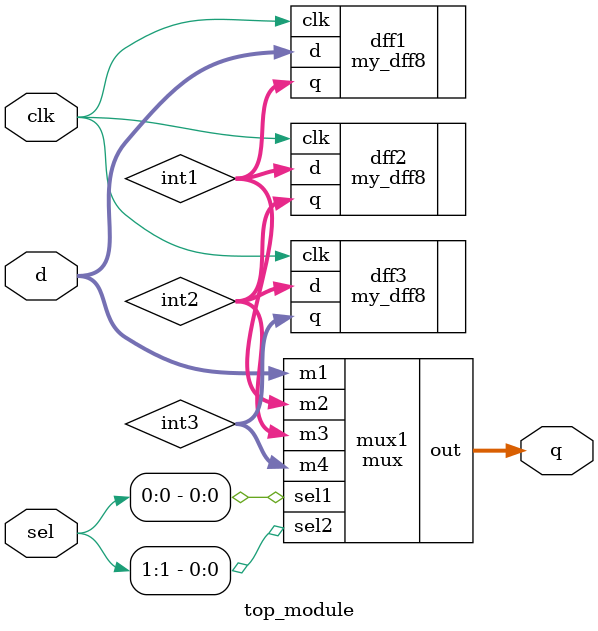
<source format=v>
module mux(
    input sel1,
    input sel2,
    input [7:0] m1,
    input [7:0] m2,
    input [7:0] m3,
    input [7:0] m4,
    output [7:0] out
);
    always @* begin
        if (~sel2 && ~sel1) begin
            out = m1;
        end else if (~sel2 && sel1) begin
            out = m2;
        end else if (sel2 && ~sel1) begin
            out = m3;
        end else if (sel2 && sel1) begin
            out = m4;
        end
    end
endmodule
    

module top_module ( 
    input clk, 
    input [7:0] d, 
    input [1:0] sel, 
    output [7:0] q 
);
    wire [7:0] int1, int2, int3;
    
    my_dff8 dff1(.clk(clk), .d(d), .q(int1));
    my_dff8 dff2(.clk(clk), .d(int1), .q(int2));
    my_dff8 dff3(.clk(clk), .d(int2), .q(int3));
    
    mux mux1(.sel1(sel[0]), .sel2(sel[1]), .m1(d), .m2(int1), .m3(int2), .m4(int3), .out(q));
    

endmodule

</source>
